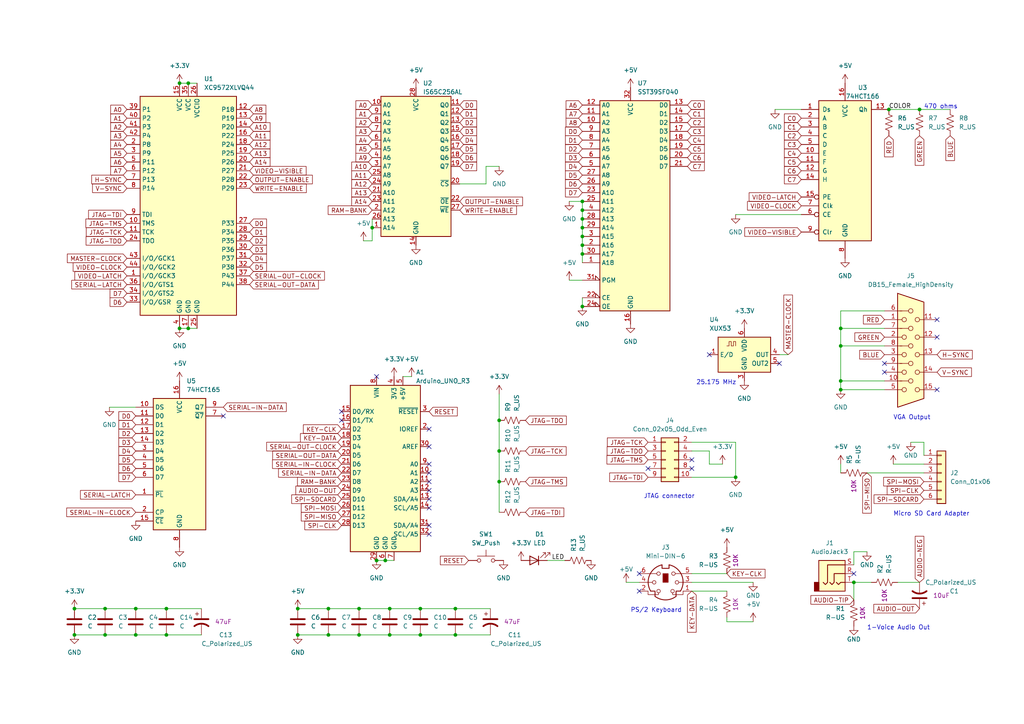
<source format=kicad_sch>
(kicad_sch (version 20211123) (generator eeschema)
  (paper "A4")
  (junction (at 257.81 31.75))
  (junction (at 52.07 95.25))
  (junction (at 111.76 162.56))
  (junction (at 266.7 31.75))
  (junction (at 30.48 176.53))
  (junction (at 144.78 130.81))
  (junction (at 52.07 24.13))
  (junction (at 243.84 100.33))
  (junction (at 95.25 184.15))
  (junction (at 168.91 58.42))
  (junction (at 132.08 184.15))
  (junction (at 168.91 68.58))
  (junction (at 121.92 176.53))
  (junction (at 168.91 73.66))
  (junction (at 109.22 162.56))
  (junction (at 48.26 184.15))
  (junction (at 113.03 176.53))
  (junction (at 30.48 184.15))
  (junction (at 132.08 176.53))
  (junction (at 48.26 176.53))
  (junction (at 95.25 176.53))
  (junction (at 104.14 176.53))
  (junction (at 39.37 176.53))
  (junction (at 104.14 184.15))
  (junction (at 247.65 168.91))
  (junction (at 243.84 95.25))
  (junction (at 121.92 184.15))
  (junction (at 168.91 88.9))
  (junction (at 243.84 113.03))
  (junction (at 54.61 95.25))
  (junction (at 21.59 184.15))
  (junction (at 168.91 63.5))
  (junction (at 144.78 121.92))
  (junction (at 168.91 60.96))
  (junction (at 113.03 184.15))
  (junction (at 168.91 71.12))
  (junction (at 144.78 139.7))
  (junction (at 54.61 24.13))
  (junction (at 168.91 66.04))
  (junction (at 21.59 176.53))
  (junction (at 213.36 138.43))
  (junction (at 39.37 184.15))
  (junction (at 243.84 110.49))
  (junction (at 86.36 176.53))
  (junction (at 86.36 184.15))
  (junction (at 107.95 66.04))
  (no_connect (at 271.78 97.79))
  (no_connect (at 124.46 129.54))
  (no_connect (at 124.46 124.46))
  (no_connect (at 124.46 152.4))
  (no_connect (at 124.46 154.94))
  (no_connect (at 124.46 147.32))
  (no_connect (at 124.46 144.78))
  (no_connect (at 124.46 137.16))
  (no_connect (at 124.46 142.24))
  (no_connect (at 124.46 139.7))
  (no_connect (at 124.46 134.62))
  (no_connect (at 271.78 92.71))
  (no_connect (at 64.77 120.65))
  (no_connect (at 200.66 135.89))
  (no_connect (at 99.06 121.92))
  (no_connect (at 99.06 119.38))
  (no_connect (at 187.96 135.89))
  (no_connect (at 256.54 105.41))
  (no_connect (at 185.42 171.45))
  (no_connect (at 226.06 105.41))
  (no_connect (at 109.22 109.22))
  (no_connect (at 247.65 166.37))
  (no_connect (at 256.54 107.95))
  (no_connect (at 200.66 133.35))
  (no_connect (at 271.78 113.03))
  (no_connect (at 205.74 102.87))
  (no_connect (at 185.42 166.37))
  (wire (pts (xy 132.08 184.15) (xy 142.24 184.15)))
  (wire (pts (xy 251.46 137.16) (xy 267.97 137.16)))
  (wire (pts (xy 243.84 134.62) (xy 243.84 137.16)))
  (wire (pts (xy 168.91 60.96) (xy 168.91 63.5)))
  (wire (pts (xy 113.03 176.53) (xy 121.92 176.53)))
  (wire (pts (xy 256.54 90.17) (xy 243.84 90.17)))
  (wire (pts (xy 104.14 176.53) (xy 113.03 176.53)))
  (wire (pts (xy 200.66 138.43) (xy 213.36 138.43)))
  (wire (pts (xy 48.26 176.53) (xy 58.42 176.53)))
  (wire (pts (xy 243.84 110.49) (xy 243.84 113.03)))
  (wire (pts (xy 247.65 168.91) (xy 252.73 168.91)))
  (wire (pts (xy 109.22 162.56) (xy 111.76 162.56)))
  (wire (pts (xy 107.95 66.04) (xy 107.95 69.85)))
  (wire (pts (xy 30.48 184.15) (xy 39.37 184.15)))
  (wire (pts (xy 144.78 121.92) (xy 144.78 130.81)))
  (wire (pts (xy 200.66 168.91) (xy 218.44 168.91)))
  (wire (pts (xy 95.25 184.15) (xy 104.14 184.15)))
  (wire (pts (xy 95.25 176.53) (xy 104.14 176.53)))
  (wire (pts (xy 228.6 102.87) (xy 226.06 102.87)))
  (wire (pts (xy 121.92 184.15) (xy 132.08 184.15)))
  (wire (pts (xy 165.1 81.28) (xy 168.91 81.28)))
  (wire (pts (xy 243.84 100.33) (xy 256.54 100.33)))
  (wire (pts (xy 168.91 66.04) (xy 168.91 68.58)))
  (wire (pts (xy 267.97 128.27) (xy 267.97 132.08)))
  (wire (pts (xy 247.65 160.02) (xy 247.65 163.83)))
  (wire (pts (xy 200.66 128.27) (xy 213.36 128.27)))
  (wire (pts (xy 247.65 168.91) (xy 247.65 173.99)))
  (wire (pts (xy 140.97 53.34) (xy 140.97 48.26)))
  (wire (pts (xy 144.78 114.3) (xy 144.78 121.92)))
  (wire (pts (xy 210.82 180.34) (xy 218.44 180.34)))
  (wire (pts (xy 168.91 86.36) (xy 168.91 88.9)))
  (wire (pts (xy 243.84 113.03) (xy 256.54 113.03)))
  (wire (pts (xy 39.37 176.53) (xy 48.26 176.53)))
  (wire (pts (xy 121.92 176.53) (xy 132.08 176.53)))
  (wire (pts (xy 39.37 184.15) (xy 48.26 184.15)))
  (wire (pts (xy 30.48 176.53) (xy 39.37 176.53)))
  (wire (pts (xy 48.26 184.15) (xy 58.42 184.15)))
  (wire (pts (xy 266.7 31.75) (xy 275.59 31.75)))
  (wire (pts (xy 119.38 109.22) (xy 116.84 109.22)))
  (wire (pts (xy 181.61 168.91) (xy 185.42 168.91)))
  (wire (pts (xy 144.78 130.81) (xy 144.78 139.7)))
  (wire (pts (xy 210.82 179.07) (xy 210.82 180.34)))
  (wire (pts (xy 52.07 24.13) (xy 54.61 24.13)))
  (wire (pts (xy 54.61 95.25) (xy 57.15 95.25)))
  (wire (pts (xy 86.36 184.15) (xy 95.25 184.15)))
  (wire (pts (xy 205.74 134.62) (xy 209.55 134.62)))
  (wire (pts (xy 210.82 166.37) (xy 200.66 166.37)))
  (wire (pts (xy 213.36 62.23) (xy 232.41 62.23)))
  (wire (pts (xy 133.35 53.34) (xy 140.97 53.34)))
  (wire (pts (xy 266.7 168.91) (xy 260.35 168.91)))
  (wire (pts (xy 224.79 31.75) (xy 232.41 31.75)))
  (wire (pts (xy 105.41 69.85) (xy 107.95 69.85)))
  (wire (pts (xy 168.91 73.66) (xy 168.91 76.2)))
  (wire (pts (xy 243.84 95.25) (xy 243.84 100.33)))
  (wire (pts (xy 264.16 128.27) (xy 267.97 128.27)))
  (wire (pts (xy 168.91 63.5) (xy 168.91 66.04)))
  (wire (pts (xy 54.61 24.13) (xy 57.15 24.13)))
  (wire (pts (xy 107.95 63.5) (xy 107.95 66.04)))
  (wire (pts (xy 31.75 118.11) (xy 39.37 118.11)))
  (wire (pts (xy 205.74 130.81) (xy 205.74 134.62)))
  (wire (pts (xy 243.84 95.25) (xy 256.54 95.25)))
  (wire (pts (xy 132.08 176.53) (xy 142.24 176.53)))
  (wire (pts (xy 243.84 90.17) (xy 243.84 95.25)))
  (wire (pts (xy 111.76 162.56) (xy 114.3 162.56)))
  (wire (pts (xy 140.97 48.26) (xy 144.78 48.26)))
  (wire (pts (xy 243.84 100.33) (xy 243.84 110.49)))
  (wire (pts (xy 259.08 134.62) (xy 267.97 134.62)))
  (wire (pts (xy 256.54 110.49) (xy 243.84 110.49)))
  (wire (pts (xy 104.14 184.15) (xy 113.03 184.15)))
  (wire (pts (xy 86.36 176.53) (xy 95.25 176.53)))
  (wire (pts (xy 158.75 162.56) (xy 163.83 162.56)))
  (wire (pts (xy 257.81 31.75) (xy 266.7 31.75)))
  (wire (pts (xy 213.36 138.43) (xy 213.36 128.27)))
  (wire (pts (xy 144.78 139.7) (xy 144.78 148.59)))
  (wire (pts (xy 168.91 68.58) (xy 168.91 71.12)))
  (wire (pts (xy 113.03 184.15) (xy 121.92 184.15)))
  (wire (pts (xy 21.59 176.53) (xy 30.48 176.53)))
  (wire (pts (xy 200.66 130.81) (xy 205.74 130.81)))
  (wire (pts (xy 200.66 171.45) (xy 210.82 171.45)))
  (wire (pts (xy 52.07 95.25) (xy 54.61 95.25)))
  (wire (pts (xy 165.1 58.42) (xy 168.91 58.42)))
  (wire (pts (xy 247.65 160.02) (xy 251.46 160.02)))
  (wire (pts (xy 168.91 58.42) (xy 168.91 60.96)))
  (wire (pts (xy 168.91 71.12) (xy 168.91 73.66)))
  (wire (pts (xy 21.59 184.15) (xy 30.48 184.15)))
  (text "PS/2 Keyboard" (at 182.88 177.8 0) (effects (font (size 1.27 1.27)) (justify left bottom)))
  (text "JTAG connector" (at 186.69 144.78 0) (effects (font (size 1.27 1.27)) (justify left bottom)))
  (text "1-Voice Audio Out" (at 251.46 182.88 0) (effects (font (size 1.27 1.27)) (justify left bottom)))
  (text "Micro SD Card Adapter" (at 259.08 149.86 0) (effects (font (size 1.27 1.27)) (justify left bottom)))
  (text "VGA Output" (at 259.08 121.92 0) (effects (font (size 1.27 1.27)) (justify left bottom)))
  (text "25.175 MHz" (at 201.93 111.76 0) (effects (font (size 1.27 1.27)) (justify left bottom)))
  (text "470 ohms" (at 267.97 31.75 0) (effects (font (size 1.27 1.27)) (justify left bottom)))
  (label "COLOR" (at 257.81 31.75 0))
  (label "LED" (at 160.02 162.56 0))
  (global_label "SPI-MISO" (shape input) (at 251.46 137.16 270) (property "Intersheet References" "${INTERSHEET_REFS}" (effects hide)))
  (global_label "JTAG-TDI" (shape input) (at 36.83 62.23 180) (property "Intersheet References" "${INTERSHEET_REFS}" (effects hide)))
  (global_label "SERIAL-IN-DATA" (shape input) (at 99.06 137.16 180) (property "Intersheet References" "${INTERSHEET_REFS}" (effects hide)))
  (global_label "D7" (shape input) (at 168.91 55.88 180) (property "Intersheet References" "${INTERSHEET_REFS}" (effects hide)))
  (global_label "VIDEO-VISIBLE" (shape input) (at 72.39 49.53 0) (property "Intersheet References" "${INTERSHEET_REFS}" (effects hide)))
  (global_label "SERIAL-OUT-DATA" (shape input) (at 72.39 82.55 0) (property "Intersheet References" "${INTERSHEET_REFS}" (effects hide)))
  (global_label "V-SYNC" (shape input) (at 271.78 107.95 0) (property "Intersheet References" "${INTERSHEET_REFS}" (effects hide)))
  (global_label "C1" (shape input) (at 199.39 33.02 0) (property "Intersheet References" "${INTERSHEET_REFS}" (effects hide)))
  (global_label "GREEN" (shape input) (at 256.54 97.79 180) (property "Intersheet References" "${INTERSHEET_REFS}" (effects hide)))
  (global_label "A8" (shape input) (at 72.39 31.75 0) (property "Intersheet References" "${INTERSHEET_REFS}" (effects hide)))
  (global_label "BLUE" (shape input) (at 275.59 39.37 270) (property "Intersheet References" "${INTERSHEET_REFS}" (effects hide)))
  (global_label "JTAG-TDO" (shape input) (at 36.83 69.85 180) (property "Intersheet References" "${INTERSHEET_REFS}" (effects hide)))
  (global_label "SPI-MOSI" (shape input) (at 99.06 147.32 180) (property "Intersheet References" "${INTERSHEET_REFS}" (effects hide)))
  (global_label "RESET" (shape input) (at 135.89 162.56 180) (property "Intersheet References" "${INTERSHEET_REFS}" (effects hide)))
  (global_label "KEY-DATA" (shape input) (at 200.66 171.45 270) (property "Intersheet References" "${INTERSHEET_REFS}" (effects hide)))
  (global_label "SERIAL-OUT-CLOCK" (shape input) (at 99.06 129.54 180) (property "Intersheet References" "${INTERSHEET_REFS}" (effects hide)))
  (global_label "VIDEO-LATCH" (shape input) (at 232.41 57.15 180) (property "Intersheet References" "${INTERSHEET_REFS}" (effects hide)))
  (global_label "VIDEO-CLOCK" (shape input) (at 36.83 77.47 180) (property "Intersheet References" "${INTERSHEET_REFS}" (effects hide)))
  (global_label "D2" (shape input) (at 39.37 125.73 180) (property "Intersheet References" "${INTERSHEET_REFS}" (effects hide)))
  (global_label "C2" (shape input) (at 199.39 35.56 0) (property "Intersheet References" "${INTERSHEET_REFS}" (effects hide)))
  (global_label "VIDEO-LATCH" (shape input) (at 36.83 80.01 180) (property "Intersheet References" "${INTERSHEET_REFS}" (effects hide)))
  (global_label "D6" (shape input) (at 168.91 53.34 180) (property "Intersheet References" "${INTERSHEET_REFS}" (effects hide)))
  (global_label "D4" (shape input) (at 72.39 74.93 0) (property "Intersheet References" "${INTERSHEET_REFS}" (effects hide)))
  (global_label "A12" (shape input) (at 107.95 53.34 180) (property "Intersheet References" "${INTERSHEET_REFS}" (effects hide)))
  (global_label "RESET" (shape input) (at 124.46 119.38 0) (property "Intersheet References" "${INTERSHEET_REFS}" (effects hide)))
  (global_label "JTAG-TDO" (shape input) (at 187.96 130.81 180) (property "Intersheet References" "${INTERSHEET_REFS}" (effects hide)))
  (global_label "A0" (shape input) (at 107.95 30.48 180) (property "Intersheet References" "${INTERSHEET_REFS}" (effects hide)))
  (global_label "C3" (shape input) (at 232.41 41.91 180) (property "Intersheet References" "${INTERSHEET_REFS}" (effects hide)))
  (global_label "A6" (shape input) (at 168.91 30.48 180) (property "Intersheet References" "${INTERSHEET_REFS}" (effects hide)))
  (global_label "D5" (shape input) (at 39.37 133.35 180) (property "Intersheet References" "${INTERSHEET_REFS}" (effects hide)))
  (global_label "A8" (shape input) (at 168.91 35.56 180) (property "Intersheet References" "${INTERSHEET_REFS}" (effects hide)))
  (global_label "A14" (shape input) (at 107.95 58.42 180) (property "Intersheet References" "${INTERSHEET_REFS}" (effects hide)))
  (global_label "D6" (shape input) (at 133.35 45.72 0) (property "Intersheet References" "${INTERSHEET_REFS}" (effects hide)))
  (global_label "C0" (shape input) (at 199.39 30.48 0) (property "Intersheet References" "${INTERSHEET_REFS}" (effects hide)))
  (global_label "RED" (shape input) (at 257.81 39.37 270) (property "Intersheet References" "${INTERSHEET_REFS}" (effects hide)))
  (global_label "A3" (shape input) (at 36.83 39.37 180) (property "Intersheet References" "${INTERSHEET_REFS}" (effects hide)))
  (global_label "D3" (shape input) (at 72.39 72.39 0) (property "Intersheet References" "${INTERSHEET_REFS}" (effects hide)))
  (global_label "C2" (shape input) (at 232.41 39.37 180) (property "Intersheet References" "${INTERSHEET_REFS}" (effects hide)))
  (global_label "A7" (shape input) (at 36.83 49.53 180) (property "Intersheet References" "${INTERSHEET_REFS}" (effects hide)))
  (global_label "C0" (shape input) (at 232.41 34.29 180) (property "Intersheet References" "${INTERSHEET_REFS}" (effects hide)))
  (global_label "GREEN" (shape input) (at 266.7 39.37 270) (property "Intersheet References" "${INTERSHEET_REFS}" (effects hide)))
  (global_label "C6" (shape input) (at 199.39 45.72 0) (property "Intersheet References" "${INTERSHEET_REFS}" (effects hide)))
  (global_label "D1" (shape input) (at 72.39 67.31 0) (property "Intersheet References" "${INTERSHEET_REFS}" (effects hide)))
  (global_label "VIDEO-VISIBLE" (shape input) (at 232.41 67.31 180) (property "Intersheet References" "${INTERSHEET_REFS}" (effects hide)))
  (global_label "SERIAL-OUT-DATA" (shape input) (at 99.06 132.08 180) (property "Intersheet References" "${INTERSHEET_REFS}" (effects hide)))
  (global_label "C7" (shape input) (at 199.39 48.26 0) (property "Intersheet References" "${INTERSHEET_REFS}" (effects hide)))
  (global_label "H-SYNC" (shape input) (at 271.78 102.87 0) (property "Intersheet References" "${INTERSHEET_REFS}" (effects hide)))
  (global_label "RED" (shape input) (at 256.54 92.71 180) (property "Intersheet References" "${INTERSHEET_REFS}" (effects hide)))
  (global_label "D2" (shape input) (at 72.39 69.85 0) (property "Intersheet References" "${INTERSHEET_REFS}" (effects hide)))
  (global_label "MASTER-CLOCK" (shape input) (at 36.83 74.93 180) (property "Intersheet References" "${INTERSHEET_REFS}" (effects hide)))
  (global_label "A4" (shape input) (at 36.83 41.91 180) (property "Intersheet References" "${INTERSHEET_REFS}" (effects hide)))
  (global_label "D7" (shape input) (at 133.35 48.26 0) (property "Intersheet References" "${INTERSHEET_REFS}" (effects hide)))
  (global_label "C5" (shape input) (at 199.39 43.18 0) (property "Intersheet References" "${INTERSHEET_REFS}" (effects hide)))
  (global_label "D3" (shape input) (at 168.91 45.72 180) (property "Intersheet References" "${INTERSHEET_REFS}" (effects hide)))
  (global_label "A4" (shape input) (at 107.95 40.64 180) (property "Intersheet References" "${INTERSHEET_REFS}" (effects hide)))
  (global_label "D2" (shape input) (at 133.35 35.56 0) (property "Intersheet References" "${INTERSHEET_REFS}" (effects hide)))
  (global_label "A11" (shape input) (at 107.95 50.8 180) (property "Intersheet References" "${INTERSHEET_REFS}" (effects hide)))
  (global_label "A2" (shape input) (at 36.83 36.83 180) (property "Intersheet References" "${INTERSHEET_REFS}" (effects hide)))
  (global_label "RAM-BANK" (shape input) (at 107.95 60.96 180) (property "Intersheet References" "${INTERSHEET_REFS}" (effects hide)))
  (global_label "A9" (shape input) (at 107.95 45.72 180) (property "Intersheet References" "${INTERSHEET_REFS}" (effects hide)))
  (global_label "A6" (shape input) (at 36.83 46.99 180) (property "Intersheet References" "${INTERSHEET_REFS}" (effects hide)))
  (global_label "A10" (shape input) (at 72.39 36.83 0) (property "Intersheet References" "${INTERSHEET_REFS}" (effects hide)))
  (global_label "SERIAL-IN-DATA" (shape input) (at 64.77 118.11 0) (property "Intersheet References" "${INTERSHEET_REFS}" (effects hide)))
  (global_label "A13" (shape input) (at 72.39 44.45 0) (property "Intersheet References" "${INTERSHEET_REFS}" (effects hide)))
  (global_label "JTAG-TCK" (shape input) (at 152.4 130.81 0) (property "Intersheet References" "${INTERSHEET_REFS}" (effects hide)))
  (global_label "C4" (shape input) (at 199.39 40.64 0) (property "Intersheet References" "${INTERSHEET_REFS}" (effects hide)))
  (global_label "D6" (shape input) (at 39.37 135.89 180) (property "Intersheet References" "${INTERSHEET_REFS}" (effects hide)))
  (global_label "MASTER-CLOCK" (shape input) (at 228.6 102.87 90) (property "Intersheet References" "${INTERSHEET_REFS}" (effects hide)))
  (global_label "SPI-MOSI" (shape input) (at 267.97 139.7 180) (property "Intersheet References" "${INTERSHEET_REFS}" (effects hide)))
  (global_label "AUDIO-TIP" (shape input) (at 247.65 173.99 180) (property "Intersheet References" "${INTERSHEET_REFS}" (effects hide)))
  (global_label "KEY-CLK" (shape input) (at 99.06 124.46 180) (property "Intersheet References" "${INTERSHEET_REFS}" (effects hide)))
  (global_label "JTAG-TMS" (shape input) (at 36.83 64.77 180) (property "Intersheet References" "${INTERSHEET_REFS}" (effects hide)))
  (global_label "A10" (shape input) (at 107.95 48.26 180) (property "Intersheet References" "${INTERSHEET_REFS}" (effects hide)))
  (global_label "C6" (shape input) (at 232.41 49.53 180) (property "Intersheet References" "${INTERSHEET_REFS}" (effects hide)))
  (global_label "WRITE-ENABLE" (shape input) (at 72.39 54.61 0) (property "Intersheet References" "${INTERSHEET_REFS}" (effects hide)))
  (global_label "WRITE-ENABLE" (shape input) (at 133.35 60.96 0) (property "Intersheet References" "${INTERSHEET_REFS}" (effects hide)))
  (global_label "SERIAL-OUT-CLOCK" (shape input) (at 72.39 80.01 0) (property "Intersheet References" "${INTERSHEET_REFS}" (effects hide)))
  (global_label "JTAG-TCK" (shape input) (at 36.83 67.31 180) (property "Intersheet References" "${INTERSHEET_REFS}" (effects hide)))
  (global_label "A0" (shape input) (at 36.83 31.75 180) (property "Intersheet References" "${INTERSHEET_REFS}" (effects hide)))
  (global_label "D6" (shape input) (at 36.83 87.63 180) (property "Intersheet References" "${INTERSHEET_REFS}" (effects hide)))
  (global_label "C4" (shape input) (at 232.41 44.45 180) (property "Intersheet References" "${INTERSHEET_REFS}" (effects hide)))
  (global_label "SPI-CLK" (shape input) (at 99.06 152.4 180) (property "Intersheet References" "${INTERSHEET_REFS}" (effects hide)))
  (global_label "A9" (shape input) (at 72.39 34.29 0) (property "Intersheet References" "${INTERSHEET_REFS}" (effects hide)))
  (global_label "A12" (shape input) (at 72.39 41.91 0) (property "Intersheet References" "${INTERSHEET_REFS}" (effects hide)))
  (global_label "A3" (shape input) (at 107.95 38.1 180) (property "Intersheet References" "${INTERSHEET_REFS}" (effects hide)))
  (global_label "KEY-DATA" (shape input) (at 99.06 127 180) (property "Intersheet References" "${INTERSHEET_REFS}" (effects hide)))
  (global_label "D5" (shape input) (at 72.39 77.47 0) (property "Intersheet References" "${INTERSHEET_REFS}" (effects hide)))
  (global_label "D0" (shape input) (at 133.35 30.48 0) (property "Intersheet References" "${INTERSHEET_REFS}" (effects hide)))
  (global_label "D2" (shape input) (at 168.91 43.18 180) (property "Intersheet References" "${INTERSHEET_REFS}" (effects hide)))
  (global_label "SERIAL-LATCH" (shape input) (at 36.83 82.55 180) (property "Intersheet References" "${INTERSHEET_REFS}" (effects hide)))
  (global_label "AUDIO-OUT" (shape input) (at 266.7 176.53 180) (property "Intersheet References" "${INTERSHEET_REFS}" (effects hide)))
  (global_label "RAM-BANK" (shape input) (at 99.06 139.7 180) (property "Intersheet References" "${INTERSHEET_REFS}" (effects hide)))
  (global_label "OUTPUT-ENABLE" (shape input) (at 133.35 58.42 0) (property "Intersheet References" "${INTERSHEET_REFS}" (effects hide)))
  (global_label "C7" (shape input) (at 232.41 52.07 180) (property "Intersheet References" "${INTERSHEET_REFS}" (effects hide)))
  (global_label "H-SYNC" (shape input) (at 36.83 52.07 180) (property "Intersheet References" "${INTERSHEET_REFS}" (effects hide)))
  (global_label "A2" (shape input) (at 107.95 35.56 180) (property "Intersheet References" "${INTERSHEET_REFS}" (effects hide)))
  (global_label "JTAG-TDI" (shape input) (at 187.96 138.43 180) (property "Intersheet References" "${INTERSHEET_REFS}" (effects hide)))
  (global_label "SPI-CLK" (shape input) (at 267.97 142.24 180) (property "Intersheet References" "${INTERSHEET_REFS}" (effects hide)))
  (global_label "D4" (shape input) (at 168.91 48.26 180) (property "Intersheet References" "${INTERSHEET_REFS}" (effects hide)))
  (global_label "JTAG-TDI" (shape input) (at 152.4 148.59 0) (property "Intersheet References" "${INTERSHEET_REFS}" (effects hide)))
  (global_label "C1" (shape input) (at 232.41 36.83 180) (property "Intersheet References" "${INTERSHEET_REFS}" (effects hide)))
  (global_label "A5" (shape input) (at 107.95 43.18 180) (property "Intersheet References" "${INTERSHEET_REFS}" (effects hide)))
  (global_label "D4" (shape input) (at 39.37 130.81 180) (property "Intersheet References" "${INTERSHEET_REFS}" (effects hide)))
  (global_label "SERIAL-IN-CLOCK" (shape input) (at 39.37 148.59 180) (property "Intersheet References" "${INTERSHEET_REFS}" (effects hide)))
  (global_label "D5" (shape input) (at 133.35 43.18 0) (property "Intersheet References" "${INTERSHEET_REFS}" (effects hide)))
  (global_label "BLUE" (shape input) (at 256.54 102.87 180) (property "Intersheet References" "${INTERSHEET_REFS}" (effects hide)))
  (global_label "D5" (shape input) (at 168.91 50.8 180) (property "Intersheet References" "${INTERSHEET_REFS}" (effects hide)))
  (global_label "A14" (shape input) (at 72.39 46.99 0) (property "Intersheet References" "${INTERSHEET_REFS}" (effects hide)))
  (global_label "SERIAL-LATCH" (shape input) (at 39.37 143.51 180) (property "Intersheet References" "${INTERSHEET_REFS}" (effects hide)))
  (global_label "V-SYNC" (shape input) (at 36.83 54.61 180) (property "Intersheet References" "${INTERSHEET_REFS}" (effects hide)))
  (global_label "C5" (shape input) (at 232.41 46.99 180) (property "Intersheet References" "${INTERSHEET_REFS}" (effects hide)))
  (global_label "OUTPUT-ENABLE" (shape input) (at 72.39 52.07 0) (property "Intersheet References" "${INTERSHEET_REFS}" (effects hide)))
  (global_label "D7" (shape input) (at 39.37 138.43 180) (property "Intersheet References" "${INTERSHEET_REFS}" (effects hide)))
  (global_label "JTAG-TMS" (shape input) (at 152.4 139.7 0) (property "Intersheet References" "${INTERSHEET_REFS}" (effects hide)))
  (global_label "D1" (shape input) (at 133.35 33.02 0) (property "Intersheet References" "${INTERSHEET_REFS}" (effects hide)))
  (global_label "SPI-SDCARD" (shape input) (at 267.97 144.78 180) (property "Intersheet References" "${INTERSHEET_REFS}" (effects hide)))
  (global_label "D1" (shape input) (at 168.91 40.64 180) (property "Intersheet References" "${INTERSHEET_REFS}" (effects hide)))
  (global_label "AUDIO-OUT" (shape input) (at 99.06 142.24 180) (property "Intersheet References" "${INTERSHEET_REFS}" (effects hide)))
  (global_label "SPI-SDCARD" (shape input) (at 99.06 144.78 180) (property "Intersheet References" "${INTERSHEET_REFS}" (effects hide)))
  (global_label "JTAG-TCK" (shape input) (at 187.96 128.27 180) (property "Intersheet References" "${INTERSHEET_REFS}" (effects hide)))
  (global_label "KEY-CLK" (shape input) (at 210.82 166.37 0) (property "Intersheet References" "${INTERSHEET_REFS}" (effects hide)))
  (global_label "SPI-MISO" (shape input) (at 99.06 149.86 180) (property "Intersheet References" "${INTERSHEET_REFS}" (effects hide)))
  (global_label "D3" (shape input) (at 39.37 128.27 180) (property "Intersheet References" "${INTERSHEET_REFS}" (effects hide)))
  (global_label "AUDIO-NEG" (shape input) (at 266.7 168.91 90) (property "Intersheet References" "${INTERSHEET_REFS}" (effects hide)))
  (global_label "A11" (shape input) (at 72.39 39.37 0) (property "Intersheet References" "${INTERSHEET_REFS}" (effects hide)))
  (global_label "JTAG-TMS" (shape input) (at 187.96 133.35 180) (property "Intersheet References" "${INTERSHEET_REFS}" (effects hide)))
  (global_label "D0" (shape input) (at 168.91 38.1 180) (property "Intersheet References" "${INTERSHEET_REFS}" (effects hide)))
  (global_label "SERIAL-IN-CLOCK" (shape input) (at 99.06 134.62 180) (property "Intersheet References" "${INTERSHEET_REFS}" (effects hide)))
  (global_label "D4" (shape input) (at 133.35 40.64 0) (property "Intersheet References" "${INTERSHEET_REFS}" (effects hide)))
  (global_label "D3" (shape input) (at 133.35 38.1 0) (property "Intersheet References" "${INTERSHEET_REFS}" (effects hide)))
  (global_label "A1" (shape input) (at 36.83 34.29 180) (property "Intersheet References" "${INTERSHEET_REFS}" (effects hide)))
  (global_label "VIDEO-CLOCK" (shape input) (at 232.41 59.69 180) (property "Intersheet References" "${INTERSHEET_REFS}" (effects hide)))
  (global_label "A5" (shape input) (at 36.83 44.45 180) (property "Intersheet References" "${INTERSHEET_REFS}" (effects hide)))
  (global_label "D7" (shape input) (at 36.83 85.09 180) (property "Intersheet References" "${INTERSHEET_REFS}" (effects hide)))
  (global_label "D1" (shape input) (at 39.37 123.19 180) (property "Intersheet References" "${INTERSHEET_REFS}" (effects hide)))
  (global_label "A13" (shape input) (at 107.95 55.88 180) (property "Intersheet References" "${INTERSHEET_REFS}" (effects hide)))
  (global_label "JTAG-TDO" (shape input) (at 152.4 121.92 0) (property "Intersheet References" "${INTERSHEET_REFS}" (effects hide)))
  (global_label "D0" (shape input) (at 39.37 120.65 180) (property "Intersheet References" "${INTERSHEET_REFS}" (effects hide)))
  (global_label "C3" (shape input) (at 199.39 38.1 0) (property "Intersheet References" "${INTERSHEET_REFS}" (effects hide)))
  (global_label "A7" (shape input) (at 168.91 33.02 180) (property "Intersheet References" "${INTERSHEET_REFS}" (effects hide)))
  (global_label "A1" (shape input) (at 107.95 33.02 180) (property "Intersheet References" "${INTERSHEET_REFS}" (effects hide)))
  (global_label "D0" (shape input) (at 72.39 64.77 0) (property "Intersheet References" "${INTERSHEET_REFS}" (effects hide)))
  (symbol (lib_id "power:GND") (at 21.59 184.15 0) (unit 1)
    (property "Reference" "#PWR0130" (effects hide))
    (property "Value" "GND" (at 21.59 189.23 0))
  )
  (symbol (lib_id "74xx:74HC165") (at 52.07 133.35 0) (unit 1)
    (property "Reference" "U5" (at 54.0894 110.49 0) (effects (justify left)))
    (property "Value" "74HCT165" (at 54.0894 113.03 0) (effects (justify left)))
    (property "Footprint" "Package_SO:SOIC-16_4.55x10.3mm_P1.27mm" (effects hide))
    (property "Datasheet" "https://assets.nexperia.com/documents/data-sheet/74HC_HCT165.pdf" (effects hide))
  )
  (symbol (lib_id "power:GND") (at 86.36 184.15 0) (unit 1)
    (property "Reference" "#PWR0129" (effects hide))
    (property "Value" "GND" (at 86.36 189.23 0))
  )
  (symbol (lib_id "Device:R_US") (at 247.65 137.16 90) (unit 1)
    (property "Reference" "R5" (at 246.3799 134.62 0) (effects (justify left)))
    (property "Value" "R-US" (at 248.9199 134.62 0) (effects (justify left)))
    (property "Footprint" "Resistor_SMD:R_0805_2012Metric_Pad1.20x1.40mm_HandSolder" (effects hide))
    (property "Field4" "10K" (at 247.65 140.97 0))
  )
  (symbol (lib_id "Device:C") (at 21.59 180.34 0) (unit 1)
    (property "Reference" "C2" (at 25.4 179.0699 0) (effects (justify left)))
    (property "Value" "C" (at 25.4 181.6099 0) (effects (justify left)))
    (property "Footprint" "Capacitor_SMD:C_0805_2012Metric_Pad1.18x1.45mm_HandSolder" (effects hide))
  )
  (symbol (lib_id "power:+5V") (at 245.11 24.13 0) (unit 1)
    (property "Reference" "#PWR0122" (effects hide))
    (property "Value" "+5V" (at 245.11 19.05 0))
  )
  (symbol (lib_id "power:GND") (at 168.91 88.9 0) (unit 1)
    (property "Reference" "#PWR0141" (effects hide))
    (property "Value" "GND" (at 168.91 93.98 0))
  )
  (symbol (lib_id "power:+3.3V") (at 144.78 114.3 0) (unit 1)
    (property "Reference" "#PWR0136" (effects hide))
    (property "Value" "+3.3V" (at 144.78 109.22 0))
  )
  (symbol (lib_id "power:GND") (at 109.22 162.56 0) (unit 1)
    (property "Reference" "#PWR0107" (effects hide))
    (property "Value" "GND" (at 109.22 167.64 0))
  )
  (symbol (lib_id "Device:C") (at 113.03 180.34 0) (unit 1)
    (property "Reference" "C9" (at 116.84 179.0699 0) (effects (justify left)))
    (property "Value" "C" (at 116.84 181.6099 0) (effects (justify left)))
    (property "Footprint" "Capacitor_SMD:C_0805_2012Metric_Pad1.18x1.45mm_HandSolder" (effects hide))
  )
  (symbol (lib_id "power:GND") (at 264.16 128.27 0) (unit 1)
    (property "Reference" "#PWR0110" (effects hide))
    (property "Value" "GND" (at 264.16 132.08 0))
  )
  (symbol (lib_id "Device:R_US") (at 148.59 139.7 90) (unit 1)
    (property "Reference" "R11" (at 147.3199 137.16 0) (effects (justify left)))
    (property "Value" "R_US" (at 149.8599 137.16 0) (effects (justify left)))
    (property "Footprint" "Resistor_SMD:R_0805_2012Metric_Pad1.20x1.40mm_HandSolder" (effects hide))
  )
  (symbol (lib_id "Device:R_US") (at 257.81 35.56 0) (unit 1)
    (property "Reference" "R6" (at 260.35 34.2899 0) (effects (justify left)))
    (property "Value" "R_US" (at 260.35 36.8299 0) (effects (justify left)))
    (property "Footprint" "Resistor_SMD:R_0805_2012Metric_Pad1.20x1.40mm_HandSolder" (effects hide))
  )
  (symbol (lib_id "Device:C") (at 30.48 180.34 0) (unit 1)
    (property "Reference" "C3" (at 34.29 179.0699 0) (effects (justify left)))
    (property "Value" "C" (at 34.29 181.6099 0) (effects (justify left)))
    (property "Footprint" "Capacitor_SMD:C_0805_2012Metric_Pad1.18x1.45mm_HandSolder" (effects hide))
  )
  (symbol (lib_id "power:+5V") (at 210.82 158.75 0) (unit 1)
    (property "Reference" "#PWR0134" (effects hide))
    (property "Value" "+5V" (at 210.82 153.67 0))
  )
  (symbol (lib_id "Device:C") (at 121.92 180.34 0) (unit 1)
    (property "Reference" "C10" (at 125.73 179.0699 0) (effects (justify left)))
    (property "Value" "C" (at 125.73 181.6099 0) (effects (justify left)))
    (property "Footprint" "Capacitor_SMD:C_0805_2012Metric_Pad1.18x1.45mm_HandSolder" (effects hide))
  )
  (symbol (lib_id "power:GND") (at 245.11 74.93 0) (unit 1)
    (property "Reference" "#PWR0124" (effects hide))
    (property "Value" "GND" (at 245.11 80.01 0))
  )
  (symbol (lib_id "power:+5V") (at 165.1 81.28 0) (unit 1)
    (property "Reference" "#PWR0139" (effects hide))
    (property "Value" "+5V" (at 165.1 76.2 0))
  )
  (symbol (lib_id "Connector_Generic:Conn_01x06") (at 273.05 137.16 0) (unit 1)
    (property "Reference" "J2" (at 275.59 137.1599 0) (effects (justify left)))
    (property "Value" "Conn_01x06" (at 275.59 139.6999 0) (effects (justify left)))
    (property "Footprint" "Library:PinSocket_custompin1_1x06_P2.54mm_Vertical" (effects hide))
  )
  (symbol (lib_id "Connector_Generic:Conn_02x05_Odd_Even") (at 193.04 133.35 0) (unit 1)
    (property "Reference" "J4" (at 194.31 121.92 0))
    (property "Value" "Conn_02x05_Odd_Even" (at 194.31 124.46 0))
    (property "Footprint" "Connector_PinHeader_2.54mm:PinHeader_2x05_P2.54mm_Vertical" (effects hide))
  )
  (symbol (lib_id "power:GND") (at 224.79 31.75 0) (unit 1)
    (property "Reference" "#PWR0123" (effects hide))
    (property "Value" "GND" (at 224.79 36.83 0))
  )
  (symbol (lib_id "power:+5V") (at 243.84 134.62 0) (unit 1)
    (property "Reference" "#PWR0102" (effects hide))
    (property "Value" "+5V" (at 243.84 129.54 0))
  )
  (symbol (lib_id "Device:C") (at 132.08 180.34 0) (unit 1)
    (property "Reference" "C5" (at 135.89 179.0699 0) (effects (justify left)))
    (property "Value" "C" (at 135.89 181.6099 0) (effects (justify left)))
    (property "Footprint" "Capacitor_SMD:C_0805_2012Metric_Pad1.18x1.45mm_HandSolder" (effects hide))
  )
  (symbol (lib_id "power:GND") (at 213.36 62.23 0) (unit 1)
    (property "Reference" "#PWR0121" (effects hide))
    (property "Value" "GND" (at 213.36 67.31 0))
  )
  (symbol (lib_id "power:+5V") (at 182.88 25.4 0) (unit 1)
    (property "Reference" "#PWR0138" (effects hide))
    (property "Value" "+5V" (at 182.88 20.32 0))
  )
  (symbol (lib_id "power:+5V") (at 181.61 168.91 0) (unit 1)
    (property "Reference" "#PWR0112" (effects hide))
    (property "Value" "VCC" (at 181.61 165.1 0))
  )
  (symbol (lib_id "power:GND") (at 31.75 118.11 0) (unit 1)
    (property "Reference" "#PWR0133" (effects hide))
    (property "Value" "GND" (at 31.75 123.19 0))
  )
  (symbol (lib_id "power:+3.3V") (at 209.55 134.62 0) (unit 1)
    (property "Reference" "#PWR0116" (effects hide))
    (property "Value" "+3.3V" (at 209.55 129.54 0))
  )
  (symbol (lib_id "Device:C") (at 95.25 180.34 0) (unit 1)
    (property "Reference" "C7" (at 99.06 179.0699 0) (effects (justify left)))
    (property "Value" "C" (at 99.06 181.6099 0) (effects (justify left)))
    (property "Footprint" "Capacitor_SMD:C_0805_2012Metric_Pad1.18x1.45mm_HandSolder" (effects hide))
  )
  (symbol (lib_id "Device:R_US") (at 210.82 162.56 0) (mirror y) (unit 1)
    (property "Reference" "R3" (at 208.28 161.2899 0) (effects (justify left)))
    (property "Value" "R-US" (at 208.28 163.8299 0) (effects (justify left)))
    (property "Footprint" "Resistor_SMD:R_0805_2012Metric_Pad1.20x1.40mm_HandSolder" (effects hide))
    (property "Field4" "10K" (at 213.36 162.56 90))
  )
  (symbol (lib_id "power:+5V") (at 105.41 69.85 0) (unit 1)
    (property "Reference" "#PWR0125" (effects hide))
    (property "Value" "+5V" (at 105.41 64.77 0))
  )
  (symbol (lib_id "power:GND") (at 251.46 160.02 0) (unit 1)
    (property "Reference" "#PWR0108" (effects hide))
    (property "Value" "GND" (at 251.46 163.83 0))
  )
  (symbol (lib_id "Oscillator:XUX53") (at 215.9 102.87 0) (unit 1)
    (property "Reference" "U4" (at 205.74 92.71 0) (effects (justify left)))
    (property "Value" "XUX53" (at 205.74 95.25 0) (effects (justify left)))
    (property "Footprint" "Oscillator:Oscillator_SMD_IDT_JS6-6_5.0x3.2mm_P1.27mm" (effects hide))
    (property "Datasheet" "https://www.idt.com/document/dst/xu-family-datasheet" (effects hide))
  )
  (symbol (lib_id "Connector:AudioJack3") (at 242.57 166.37 0) (unit 1)
    (property "Reference" "J1" (at 240.665 157.48 0))
    (property "Value" "AudioJack3" (at 240.665 160.02 0))
    (property "Footprint" "Library:Jack_3.5mm_CUI_custom_SJ-3524-SMT_Horizontal" (effects hide))
  )
  (symbol (lib_id "power:GND") (at 120.65 71.12 0) (unit 1)
    (property "Reference" "#PWR0127" (effects hide))
    (property "Value" "GND" (at 120.65 76.2 0))
  )
  (symbol (lib_id "power:GND") (at 247.65 181.61 0) (mirror y) (unit 1)
    (property "Reference" "#PWR0111" (effects hide))
    (property "Value" "GND" (at 247.65 185.42 0))
  )
  (symbol (lib_id "Device:R_US") (at 148.59 121.92 90) (unit 1)
    (property "Reference" "R9" (at 147.3199 119.38 0) (effects (justify left)))
    (property "Value" "R_US" (at 149.8599 119.38 0) (effects (justify left)))
    (property "Footprint" "Resistor_SMD:R_0805_2012Metric_Pad1.20x1.40mm_HandSolder" (effects hide))
  )
  (symbol (lib_id "Device:R_US") (at 266.7 35.56 0) (unit 1)
    (property "Reference" "R7" (at 269.24 34.2899 0) (effects (justify left)))
    (property "Value" "R_US" (at 269.24 36.8299 0) (effects (justify left)))
    (property "Footprint" "Resistor_SMD:R_0805_2012Metric_Pad1.20x1.40mm_HandSolder" (effects hide))
  )
  (symbol (lib_id "power:GND") (at 144.78 48.26 0) (unit 1)
    (property "Reference" "#PWR0128" (effects hide))
    (property "Value" "GND" (at 144.78 53.34 0))
  )
  (symbol (lib_id "power:GND") (at 215.9 110.49 0) (unit 1)
    (property "Reference" "#PWR0117" (effects hide))
    (property "Value" "GND" (at 215.9 115.57 0))
  )
  (symbol (lib_id "Device:C_Polarized_US") (at 142.24 180.34 0) (unit 1)
    (property "Reference" "C11" (at 147.32 184.15 0) (effects (justify left)))
    (property "Value" "C_Polarized_US" (at 142.24 186.69 0) (effects (justify left)))
    (property "Footprint" "Capacitor_SMD:CP_Elec_5x5.4" (effects hide))
    (property "Field4" "47uF" (at 148.59 180.34 0))
  )
  (symbol (lib_id "power:GND") (at 52.07 158.75 0) (unit 1)
    (property "Reference" "#PWR0103" (effects hide))
    (property "Value" "GND" (at 52.07 163.83 0))
  )
  (symbol (lib_id "power:+3.3V") (at 21.59 176.53 0) (unit 1)
    (property "Reference" "#PWR0131" (effects hide))
    (property "Value" "+3.3V" (at 21.59 171.45 0))
  )
  (symbol (lib_id "Device:R_US") (at 210.82 175.26 0) (mirror y) (unit 1)
    (property "Reference" "R4" (at 208.28 173.9899 0) (effects (justify left)))
    (property "Value" "R-US" (at 208.28 176.5299 0) (effects (justify left)))
    (property "Footprint" "Resistor_SMD:R_0805_2012Metric_Pad1.20x1.40mm_HandSolder" (effects hide))
    (property "Field4" "10K" (at 213.36 175.26 90))
  )
  (symbol (lib_id "Device:C_Polarized_US") (at 58.42 180.34 0) (unit 1)
    (property "Reference" "C13" (at 63.5 184.15 0) (effects (justify left)))
    (property "Value" "C_Polarized_US" (at 58.42 186.69 0) (effects (justify left)))
    (property "Footprint" "Capacitor_SMD:CP_Elec_5x5.4" (effects hide))
    (property "Field4" "47uF" (at 64.77 180.34 0))
  )
  (symbol (lib_id "power:+5V") (at 119.38 109.22 0) (unit 1)
    (property "Reference" "#PWR0105" (effects hide))
    (property "Value" "+5V" (at 119.38 104.14 0))
  )
  (symbol (lib_id "Device:C") (at 39.37 180.34 0) (unit 1)
    (property "Reference" "C4" (at 43.18 179.0699 0) (effects (justify left)))
    (property "Value" "C" (at 43.18 181.6099 0) (effects (justify left)))
    (property "Footprint" "Capacitor_SMD:C_0805_2012Metric_Pad1.18x1.45mm_HandSolder" (effects hide))
  )
  (symbol (lib_id "Device:C_Polarized_US") (at 266.7 172.72 180) (unit 1)
    (property "Reference" "C1" (at 278.13 171.45 0) (effects (justify left)))
    (property "Value" "C_Polarized_US" (at 283.21 168.91 0) (effects (justify left)))
    (property "Footprint" "Capacitor_SMD:CP_Elec_4x5.4" (effects hide))
    (property "Field4" "10uF" (at 273.05 172.72 0))
  )
  (symbol (lib_id "power:+3.3V") (at 215.9 95.25 0) (unit 1)
    (property "Reference" "#PWR0118" (effects hide))
    (property "Value" "+3.3V" (at 215.9 90.17 0))
  )
  (symbol (lib_id "power:GND") (at 243.84 113.03 0) (unit 1)
    (property "Reference" "#PWR0115" (effects hide))
    (property "Value" "GND" (at 243.84 118.11 0))
  )
  (symbol (lib_id "power:+5V") (at 52.07 110.49 0) (unit 1)
    (property "Reference" "#PWR0120" (effects hide))
    (property "Value" "+5V" (at 52.07 105.41 0))
  )
  (symbol (lib_id "power:GND") (at 146.05 162.56 0) (unit 1)
    (property "Reference" "#PWR0142" (effects hide))
    (property "Value" "GND" (at 146.05 167.64 0))
  )
  (symbol (lib_id "Connector:DB15_Female_HighDensity") (at 264.16 102.87 0) (unit 1)
    (property "Reference" "J5" (at 264.16 80.01 0))
    (property "Value" "DB15_Female_HighDensity" (at 264.16 82.55 0))
    (property "Footprint" "Library:DSUB-15-HD_Female_Horizontal_P2.29x2.54mm_VGA" (effects hide))
    (property "Datasheet" " ~" (effects hide))
  )
  (symbol (lib_id "Device:R_US") (at 247.65 177.8 0) (mirror y) (unit 1)
    (property "Reference" "R1" (at 245.11 176.5299 0) (effects (justify left)))
    (property "Value" "R-US" (at 245.11 179.0699 0) (effects (justify left)))
    (property "Footprint" "Resistor_SMD:R_0805_2012Metric_Pad1.20x1.40mm_HandSolder" (effects hide))
    (property "Field4" "10K" (at 250.19 177.8 90))
  )
  (symbol (lib_id "power:GND") (at 39.37 151.13 0) (unit 1)
    (property "Reference" "#PWR0114" (effects hide))
    (property "Value" "GND" (at 39.37 156.21 0))
  )
  (symbol (lib_id "Device:C") (at 104.14 180.34 0) (unit 1)
    (property "Reference" "C8" (at 107.95 179.0699 0) (effects (justify left)))
    (property "Value" "C" (at 107.95 181.6099 0) (effects (justify left)))
    (property "Footprint" "Capacitor_SMD:C_0805_2012Metric_Pad1.18x1.45mm_HandSolder" (effects hide))
  )
  (symbol (lib_id "power:+5V") (at 259.08 134.62 0) (unit 1)
    (property "Reference" "#PWR0109" (effects hide))
    (property "Value" "+5V" (at 259.08 129.54 0))
  )
  (symbol (lib_id "Memory_RAM:KM62256CLP") (at 120.65 48.26 0) (unit 1)
    (property "Reference" "U2" (at 122.6694 24.13 0) (effects (justify left)))
    (property "Value" "IS65C256AL" (at 122.6694 26.67 0) (effects (justify left)))
    (property "Footprint" "Library:SOIC-28W_custom_7.5x18.7mm_P1.27mm" (effects hide))
    (property "Datasheet" "https://www.futurlec.com/Datasheet/Memory/62256.pdf" (effects hide))
  )
  (symbol (lib_id "power:+5V") (at 120.65 25.4 0) (unit 1)
    (property "Reference" "#PWR0126" (effects hide))
    (property "Value" "+5V" (at 120.65 20.32 0))
  )
  (symbol (lib_id "power:GND") (at 171.45 162.56 0) (unit 1)
    (property "Reference" "#PWR0144" (effects hide))
    (property "Value" "GND" (at 171.45 167.64 0))
  )
  (symbol (lib_id "MCU_Module:Arduino_UNO_R3") (at 111.76 134.62 0) (unit 1)
    (property "Reference" "A1" (at 120.65 107.95 0) (effects (justify left)))
    (property "Value" "Arduino_UNO_R3" (at 120.65 110.49 0) (effects (justify left)))
    (property "Footprint" "Module:Arduino_UNO_R3" (effects hide))
    (property "Datasheet" "https://www.arduino.cc/en/Main/arduinoBoardUno" (effects hide))
  )
  (symbol (lib_id "power:GND") (at 218.44 168.91 0) (unit 1)
    (property "Reference" "#PWR0113" (effects hide))
    (property "Value" "GND" (at 218.44 172.72 0))
  )
  (symbol (lib_id "power:+3.3V") (at 52.07 24.13 0) (unit 1)
    (property "Reference" "#PWR0104" (effects hide))
    (property "Value" "+3.3V" (at 52.07 19.05 0))
  )
  (symbol (lib_id "Custom_CPLD:SST39SF040-custom") (at 184.15 60.96 0) (unit 1)
    (property "Reference" "U7" (at 184.8994 24.13 0) (effects (justify left)))
    (property "Value" "SST39SF040" (at 184.8994 26.67 0) (effects (justify left)))
    (property "Footprint" "Package_LCC:PLCC-32_THT-Socket" (effects hide))
    (property "Datasheet" "http://ww1.microchip.com/downloads/en/DeviceDoc/25022B.pdf" (effects hide))
  )
  (symbol (lib_id "74xx:74LS166") (at 245.11 49.53 0) (unit 1)
    (property "Reference" "U3" (at 250.19 25.4 0))
    (property "Value" "74HCT166" (at 250.19 27.94 0))
    (property "Footprint" "Package_SO:SOIC-16_4.55x10.3mm_P1.27mm" (effects hide))
    (property "Datasheet" "http://www.ti.com/lit/gpn/sn74LS166" (effects hide))
  )
  (symbol (lib_id "power:+3.3V") (at 114.3 109.22 0) (unit 1)
    (property "Reference" "#PWR0106" (effects hide))
    (property "Value" "+3.3V" (at 114.3 104.14 0))
  )
  (symbol (lib_id "power:+5V") (at 218.44 180.34 0) (unit 1)
    (property "Reference" "#PWR0135" (effects hide))
    (property "Value" "+5V" (at 218.44 175.26 0))
  )
  (symbol (lib_id "Switch:SW_Push") (at 140.97 162.56 0) (unit 1)
    (property "Reference" "SW1" (at 140.97 154.94 0))
    (property "Value" "SW_Push" (at 140.97 157.48 0))
    (property "Footprint" "Button_Switch_SMD:SW_Push_1P1T_NO_CK_KMR2" (effects hide))
  )
  (symbol (lib_id "Device:R_US") (at 167.64 162.56 90) (unit 1)
    (property "Reference" "R13" (at 166.3699 160.02 0) (effects (justify left)))
    (property "Value" "R_US" (at 168.9099 160.02 0) (effects (justify left)))
    (property "Footprint" "Resistor_SMD:R_1206_3216Metric_Pad1.30x1.75mm_HandSolder" (effects hide))
  )
  (symbol (lib_id "power:+5V") (at 86.36 176.53 0) (unit 1)
    (property "Reference" "#PWR0132" (effects hide))
    (property "Value" "+5V" (at 86.36 171.45 0))
  )
  (symbol (lib_id "Device:LED") (at 154.94 162.56 180) (unit 1)
    (property "Reference" "D1" (at 156.5275 154.94 0))
    (property "Value" "LED" (at 156.5275 157.48 0))
    (property "Footprint" "LED_SMD:LED_1206_3216Metric_Pad1.42x1.75mm_HandSolder" (effects hide))
  )
  (symbol (lib_id "power:+3.3V") (at 151.13 162.56 0) (unit 1)
    (property "Reference" "#PWR0143" (effects hide))
    (property "Value" "+3.3V" (at 151.13 157.48 0))
  )
  (symbol (lib_id "Connector:Mini-DIN-6") (at 193.04 168.91 0) (unit 1)
    (property "Reference" "J3" (at 193.0577 158.75 0))
    (property "Value" "Mini-DIN-6" (at 193.0577 161.29 0))
    (property "Footprint" "Library:PS2_Din6" (effects hide))
    (property "Datasheet" "http://service.powerdynamics.com/ec/Catalog17/Section%2011.pdf" (effects hide))
  )
  (symbol (lib_id "Device:R_US") (at 256.54 168.91 90) (unit 1)
    (property "Reference" "R2" (at 255.2699 166.37 0) (effects (justify left)))
    (property "Value" "R-US" (at 257.8099 166.37 0) (effects (justify left)))
    (property "Footprint" "Resistor_SMD:R_0805_2012Metric_Pad1.20x1.40mm_HandSolder" (effects hide))
    (property "Field4" "10K" (at 256.54 172.72 0))
  )
  (symbol (lib_id "Custom_CPLD:XC9572XLVQ44") (at 54.61 59.69 0) (unit 1)
    (property "Reference" "U1" (at 59.1694 22.86 0) (effects (justify left)))
    (property "Value" "XC9572XLVQ44" (at 59.1694 25.4 0) (effects (justify left)))
    (property "Footprint" "Package_QFP:TQFP-44_10x10mm_P0.8mm" (effects hide))
    (property "Datasheet" "xilinx/xc9536.pdf" (effects hide))
  )
  (symbol (lib_id "power:GND") (at 213.36 138.43 0) (unit 1)
    (property "Reference" "#PWR0119" (effects hide))
    (property "Value" "GND" (at 213.36 143.51 0))
  )
  (symbol (lib_id "Device:R_US") (at 148.59 148.59 90) (unit 1)
    (property "Reference" "R12" (at 147.3199 146.05 0) (effects (justify left)))
    (property "Value" "R_US" (at 149.8599 146.05 0) (effects (justify left)))
    (property "Footprint" "Resistor_SMD:R_0805_2012Metric_Pad1.20x1.40mm_HandSolder" (effects hide))
  )
  (symbol (lib_id "Device:R_US") (at 275.59 35.56 0) (unit 1)
    (property "Reference" "R8" (at 278.13 34.2899 0) (effects (justify left)))
    (property "Value" "R_US" (at 278.13 36.8299 0) (effects (justify left)))
    (property "Footprint" "Resistor_SMD:R_0805_2012Metric_Pad1.20x1.40mm_HandSolder" (effects hide))
  )
  (symbol (lib_id "power:GND") (at 165.1 58.42 0) (unit 1)
    (property "Reference" "#PWR0137" (effects hide))
    (property "Value" "GND" (at 165.1 63.5 0))
  )
  (symbol (lib_id "Device:C") (at 48.26 180.34 0) (unit 1)
    (property "Reference" "C14" (at 52.07 179.0699 0) (effects (justify left)))
    (property "Value" "C" (at 52.07 181.6099 0) (effects (justify left)))
    (property "Footprint" "Capacitor_SMD:C_0805_2012Metric_Pad1.18x1.45mm_HandSolder" (effects hide))
  )
  (symbol (lib_id "power:GND") (at 182.88 93.98 0) (unit 1)
    (property "Reference" "#PWR0140" (effects hide))
    (property "Value" "GND" (at 182.88 99.06 0))
  )
  (symbol (lib_id "Device:R_US") (at 148.59 130.81 90) (unit 1)
    (property "Reference" "R10" (at 147.3199 128.27 0) (effects (justify left)))
    (property "Value" "R_US" (at 149.8599 128.27 0) (effects (justify left)))
    (property "Footprint" "Resistor_SMD:R_0805_2012Metric_Pad1.20x1.40mm_HandSolder" (effects hide))
  )
  (symbol (lib_id "power:GND") (at 52.07 95.25 0) (unit 1)
    (property "Reference" "#PWR0101" (effects hide))
    (property "Value" "GND" (at 52.07 100.33 0))
  )
  (symbol (lib_id "Device:C") (at 86.36 180.34 0) (unit 1)
    (property "Reference" "C6" (at 90.17 179.0699 0) (effects (justify left)))
    (property "Value" "C" (at 90.17 181.6099 0) (effects (justify left)))
    (property "Footprint" "Capacitor_SMD:C_0805_2012Metric_Pad1.18x1.45mm_HandSolder" (effects hide))
  )
)
</source>
